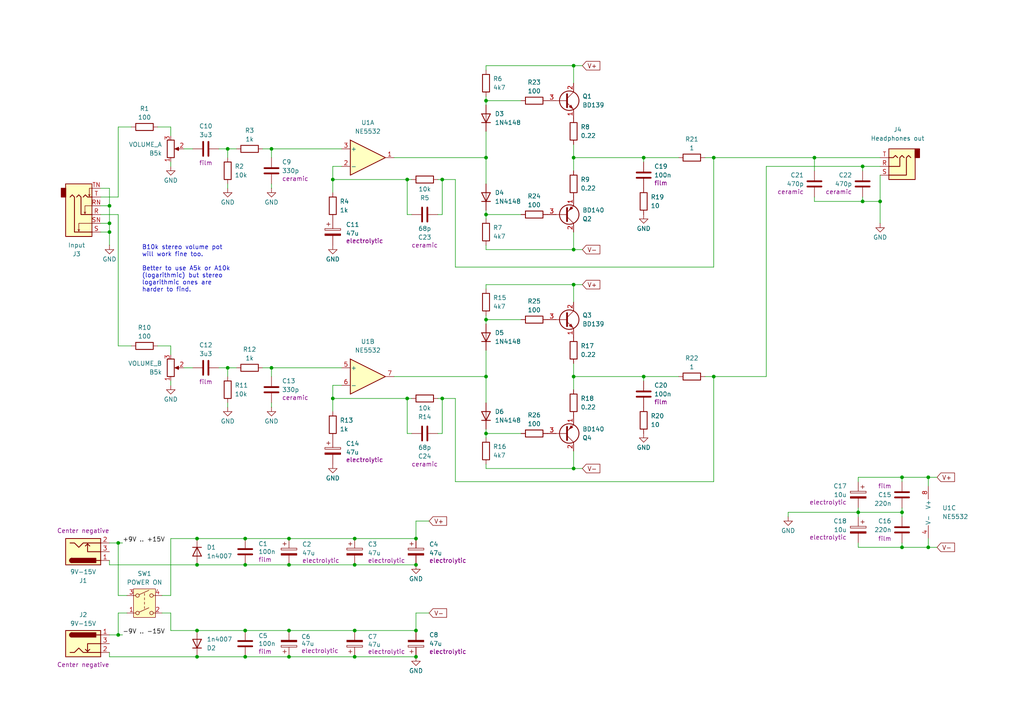
<source format=kicad_sch>
(kicad_sch (version 20250114) (generator "eeschema") (generator_version "9.0")
  (paper "A4")
  (title_block (title "Wenzel’s Headphones Stereo Amp (dual supply)") (date "November 2025") (rev "r2-wip-1") (comment 2 "https://www.youtube.com/watch?v=ODvsCBjZz9M for the original schematic.") (comment 3 "See JohnAudioTech YouTube channel video:") (comment 4 "Modified “JAT Stereo Headphone Amp v1.0”."))
  (lib_symbols
    (symbol "Amplifier_Operational:NE5532" (pin_names (offset 0.127))
      (property "Reference" "U" (at 0 5.08 0))
      (property "Value" "NE5532" (at 0 -5.08 0))
      (symbol "NE5532_1_1"
        (polyline (pts (xy -5.08 5.08) (xy 5.08 0) (xy -5.08 -5.08) (xy -5.08 5.08)) (stroke (width 0.254)) (fill (type background)))
        (pin input line (at -7.62 2.54 0) (length 2.54) (name "+") (number "3"))
        (pin input line (at -7.62 -2.54 0) (length 2.54) (name "-") (number "2"))
        (pin output line (at 7.62 0 180) (length 2.54) (name "~") (number "1"))
      )
      (symbol "NE5532_2_1"
        (polyline (pts (xy -5.08 5.08) (xy 5.08 0) (xy -5.08 -5.08) (xy -5.08 5.08)) (stroke (width 0.254)) (fill (type background)))
        (pin input line (at -7.62 2.54 0) (length 2.54) (name "+") (number "5"))
        (pin input line (at -7.62 -2.54 0) (length 2.54) (name "-") (number "6"))
        (pin output line (at 7.62 0 180) (length 2.54) (name "~") (number "7"))
      )
      (symbol "NE5532_3_1"
        (pin power_in line (at -2.54 7.62 270) (length 3.81) (name "V+") (number "8"))
        (pin power_in line (at -2.54 -7.62 90) (length 3.81) (name "V-") (number "4"))
      )
    )
    (symbol "Connector:Barrel_Jack_Switch" (pin_names (hide yes))
      (property "Reference" "J" (at 0 5.334 0))
      (property "Value" "Barrel_Jack_Switch" (at 0 -5.08 0))
      (symbol "Barrel_Jack_Switch_0_1"
        (rectangle (start -5.08 3.81) (end 5.08 -3.81) (stroke (width 0.254)) (fill (type background)))
        (polyline (pts (xy -3.81 -2.54) (xy -2.54 -2.54) (xy -1.27 -1.27) (xy 0 -2.54) (xy 2.54 -2.54) (xy 5.08 -2.54)) (stroke (width 0.254)))
        (arc (start -3.302 1.905) (mid -3.9343 2.54) (end -3.302 3.175) (stroke (width 0.254)))
        (arc (start -3.302 1.905) (mid -3.9343 2.54) (end -3.302 3.175) (stroke (width 0.254)) (fill (type outline)))
        (polyline (pts (xy 1.27 -2.286) (xy 1.905 -1.651)) (stroke (width 0.254)))
        (rectangle (start 3.683 3.175) (end -3.302 1.905) (stroke (width 0.254)) (fill (type outline)))
        (polyline (pts (xy 5.08 2.54) (xy 3.81 2.54)) (stroke (width 0.254)))
        (polyline (pts (xy 5.08 0) (xy 1.27 0) (xy 1.27 -2.286) (xy 0.635 -1.651)) (stroke (width 0.254)))
      )
      (symbol "Barrel_Jack_Switch_1_1"
        (pin passive line (at 7.62 2.54 180) (length 2.54) (name "~") (number "1"))
        (pin passive line (at 7.62 0 180) (length 2.54) (name "~") (number "3"))
        (pin passive line (at 7.62 -2.54 180) (length 2.54) (name "~") (number "2"))
      )
    )
    (symbol "Connector_Audio:AudioJack3"
      (property "Reference" "J" (at 0 8.89 0))
      (property "Value" "AudioJack3" (at 0 6.35 0))
      (symbol "AudioJack3_0_1"
        (rectangle (start -5.08 -5.08) (end -6.35 -2.54) (stroke (width 0.254)) (fill (type outline)))
        (polyline (pts (xy -1.905 -2.54) (xy -1.27 -3.175) (xy -0.635 -2.54) (xy -0.635 0) (xy 2.54 0)) (stroke (width 0.254)))
        (polyline (pts (xy 0 -2.54) (xy 0.635 -3.175) (xy 1.27 -2.54) (xy 2.54 -2.54)) (stroke (width 0.254)))
        (rectangle (start 2.54 3.81) (end -5.08 -5.08) (stroke (width 0.254)) (fill (type background)))
        (polyline (pts (xy 2.54 2.54) (xy -2.54 2.54) (xy -2.54 -2.54) (xy -3.175 -3.175) (xy -3.81 -2.54)) (stroke (width 0.254)))
      )
      (symbol "AudioJack3_1_1"
        (pin passive line (at 5.08 2.54 180) (length 2.54) (name "~") (number "S"))
        (pin passive line (at 5.08 0 180) (length 2.54) (name "~") (number "R"))
        (pin passive line (at 5.08 -2.54 180) (length 2.54) (name "~") (number "T"))
      )
    )
    (symbol "Connector_Audio:AudioJack3_Switch"
      (property "Reference" "J" (at 0 11.43 0))
      (property "Value" "AudioJack3_Switch" (at 0 8.89 0))
      (symbol "AudioJack3_Switch_0_1"
        (rectangle (start -5.08 -5.08) (end -6.35 -7.62) (stroke (width 0.254)) (fill (type outline)))
        (polyline (pts (xy -1.905 -5.08) (xy -1.27 -5.715) (xy -0.635 -5.08) (xy -0.635 0) (xy 2.54 0)) (stroke (width 0.254)))
        (polyline (pts (xy -1.27 4.826) (xy -1.016 4.318)))
        (polyline (pts (xy 0 -5.08) (xy 0.635 -5.715) (xy 1.27 -5.08) (xy 2.54 -5.08)) (stroke (width 0.254)))
        (polyline (pts (xy 0.508 -0.254) (xy 0.762 -0.762)))
        (polyline (pts (xy 1.778 -5.334) (xy 2.032 -5.842)))
        (rectangle (start 2.54 6.35) (end -5.08 -8.89) (stroke (width 0.254)) (fill (type background)))
        (polyline (pts (xy 2.54 5.08) (xy -2.54 5.08) (xy -2.54 -5.08) (xy -3.175 -5.715) (xy -3.81 -5.08)) (stroke (width 0.254)))
        (polyline (pts (xy 2.54 2.54) (xy -1.27 2.54) (xy -1.27 4.826) (xy -1.524 4.318)))
        (polyline (pts (xy 2.54 -2.54) (xy 0.508 -2.54) (xy 0.508 -0.254) (xy 0.254 -0.762)))
        (polyline (pts (xy 2.54 -7.62) (xy 1.778 -7.62) (xy 1.778 -5.334) (xy 1.524 -5.842)))
      )
      (symbol "AudioJack3_Switch_1_1"
        (pin passive line (at 5.08 5.08 180) (length 2.54) (name "~") (number "S"))
        (pin passive line (at 5.08 2.54 180) (length 2.54) (name "~") (number "SN"))
        (pin passive line (at 5.08 0 180) (length 2.54) (name "~") (number "R"))
        (pin passive line (at 5.08 -2.54 180) (length 2.54) (name "~") (number "RN"))
        (pin passive line (at 5.08 -5.08 180) (length 2.54) (name "~") (number "T"))
        (pin passive line (at 5.08 -7.62 180) (length 2.54) (name "~") (number "TN"))
      )
    )
    (symbol "Device:C" (pin_numbers (hide yes)) (pin_names (offset 0.254))
      (property "Reference" "C" (at 0.635 2.54 0))
      (property "Value" "C" (at 0.635 -2.54 0))
      (symbol "C_0_1"
        (polyline (pts (xy -2.032 0.762) (xy 2.032 0.762)) (stroke (width 0.508)))
        (polyline (pts (xy -2.032 -0.762) (xy 2.032 -0.762)) (stroke (width 0.508)))
      )
      (symbol "C_1_1"
        (pin passive line (at 0 3.81 270) (length 2.794) (name "~") (number "1"))
        (pin passive line (at 0 -3.81 90) (length 2.794) (name "~") (number "2"))
      )
    )
    (symbol "Device:C_Polarized" (pin_numbers (hide yes)) (pin_names (offset 0.254))
      (property "Reference" "C" (at 0.635 2.54 0))
      (property "Value" "C_Polarized" (at 0.635 -2.54 0))
      (symbol "C_Polarized_0_1"
        (rectangle (start -2.286 0.508) (end 2.286 1.016))
        (polyline (pts (xy -1.778 2.286) (xy -0.762 2.286)))
        (polyline (pts (xy -1.27 2.794) (xy -1.27 1.778)))
        (rectangle (start 2.286 -0.508) (end -2.286 -1.016) (fill (type outline)))
      )
      (symbol "C_Polarized_1_1"
        (pin passive line (at 0 3.81 270) (length 2.794) (name "~") (number "1"))
        (pin passive line (at 0 -3.81 90) (length 2.794) (name "~") (number "2"))
      )
    )
    (symbol "Device:D" (pin_numbers (hide yes)) (pin_names (offset 1.016) (hide yes))
      (property "Reference" "D" (at 0 2.54 0))
      (property "Value" "D" (at 0 -2.54 0))
      (symbol "D_0_1"
        (polyline (pts (xy -1.27 1.27) (xy -1.27 -1.27)) (stroke (width 0.254)))
        (polyline (pts (xy 1.27 1.27) (xy 1.27 -1.27) (xy -1.27 0) (xy 1.27 1.27)) (stroke (width 0.254)))
        (polyline (pts (xy 1.27 0) (xy -1.27 0)))
      )
      (symbol "D_1_1"
        (pin passive line (at -3.81 0 0) (length 2.54) (name "K") (number "1"))
        (pin passive line (at 3.81 0 180) (length 2.54) (name "A") (number "2"))
      )
    )
    (symbol "Device:R" (pin_numbers (hide yes)) (pin_names (offset 0))
      (property "Reference" "R" (at 2.032 0 90))
      (property "Value" "R" (at 0 0 90))
      (symbol "R_0_1"
        (rectangle (start -1.016 -2.54) (end 1.016 2.54) (stroke (width 0.254)))
      )
      (symbol "R_1_1"
        (pin passive line (at 0 3.81 270) (length 1.27) (name "~") (number "1"))
        (pin passive line (at 0 -3.81 90) (length 1.27) (name "~") (number "2"))
      )
    )
    (symbol "Device:R_Potentiometer" (pin_names (offset 1.016) (hide yes))
      (property "Reference" "RV" (at -4.445 0 90))
      (property "Value" "R_Potentiometer" (at -2.54 0 90))
      (symbol "R_Potentiometer_0_1"
        (rectangle (start 1.016 2.54) (end -1.016 -2.54) (stroke (width 0.254)))
        (polyline (pts (xy 1.143 0) (xy 2.286 0.508) (xy 2.286 -0.508) (xy 1.143 0)) (fill (type outline)))
        (polyline (pts (xy 2.54 0) (xy 1.524 0)))
      )
      (symbol "R_Potentiometer_1_1"
        (pin passive line (at 0 3.81 270) (length 1.27) (name "1") (number "1"))
        (pin passive line (at 0 -3.81 90) (length 1.27) (name "3") (number "3"))
        (pin passive line (at 3.81 0 180) (length 1.27) (name "2") (number "2"))
      )
    )
    (symbol "Diode:1N4148" (pin_numbers (hide yes)) (pin_names (hide yes))
      (property "Reference" "D" (at 0 2.54 0))
      (property "Value" "1N4148" (at 0 -2.54 0))
      (symbol "1N4148_0_1"
        (polyline (pts (xy -1.27 1.27) (xy -1.27 -1.27)) (stroke (width 0.254)))
        (polyline (pts (xy 1.27 1.27) (xy 1.27 -1.27) (xy -1.27 0) (xy 1.27 1.27)) (stroke (width 0.254)))
        (polyline (pts (xy 1.27 0) (xy -1.27 0)))
      )
      (symbol "1N4148_1_1"
        (pin passive line (at -3.81 0 0) (length 2.54) (name "K") (number "1"))
        (pin passive line (at 3.81 0 180) (length 2.54) (name "A") (number "2"))
      )
    )
    (symbol "Switch:SW_DPST" (pin_names (offset 0) (hide yes))
      (property "Reference" "SW" (at 0 6.35 0))
      (property "Value" "SW_DPST" (at 0 -5.08 0))
      (symbol "SW_DPST_0_0"
        (circle (center -2.032 2.54) (radius 0.508))
        (circle (center -2.032 -2.54) (radius 0.508))
        (polyline (pts (xy -1.524 2.794) (xy 1.27 4.064)))
        (polyline (pts (xy -1.524 -2.286) (xy 1.27 -1.016)))
        (polyline (pts (xy 0 2.54) (xy 0 3.175)))
        (polyline (pts (xy 0 1.27) (xy 0 1.905)))
        (polyline (pts (xy 0 0) (xy 0 0.635)))
        (polyline (pts (xy 0 -1.27) (xy 0 -0.635)))
        (circle (center 2.032 2.54) (radius 0.508))
        (circle (center 2.032 -2.54) (radius 0.508))
      )
      (symbol "SW_DPST_1_1"
        (rectangle (start -3.175 4.445) (end 3.175 -3.81) (fill (type background)))
        (pin passive line (at -5.08 2.54 0) (length 2.54) (name "3") (number "3"))
        (pin passive line (at -5.08 -2.54 0) (length 2.54) (name "1") (number "1"))
        (pin passive line (at 5.08 2.54 180) (length 2.54) (name "4") (number "4"))
        (pin passive line (at 5.08 -2.54 180) (length 2.54) (name "2") (number "2"))
      )
    )
    (symbol "Transistor_BJT:BD139" (pin_names (offset 0) (hide yes))
      (property "Reference" "Q" (at 5.08 1.905 0))
      (property "Value" "BD139" (at 5.08 0 0))
      (symbol "BD139_0_1"
        (polyline (pts (xy -2.54 0) (xy 0.635 0)))
        (polyline (pts (xy 0.635 1.905) (xy 0.635 -1.905)) (stroke (width 0.508)))
        (circle (center 1.27 0) (radius 2.8194) (stroke (width 0.254)))
      )
      (symbol "BD139_1_1"
        (polyline (pts (xy 0.635 0.635) (xy 2.54 2.54)))
        (polyline (pts (xy 0.635 -0.635) (xy 2.54 -2.54)))
        (polyline (pts (xy 1.27 -1.778) (xy 1.778 -1.27) (xy 2.286 -2.286) (xy 1.27 -1.778)) (fill (type outline)))
        (pin input line (at -5.08 0 0) (length 2.54) (name "B") (number "3"))
        (pin passive line (at 2.54 5.08 270) (length 2.54) (name "C") (number "2"))
        (pin passive line (at 2.54 -5.08 90) (length 2.54) (name "E") (number "1"))
      )
    )
    (symbol "Transistor_BJT:BD140" (pin_names (offset 0) (hide yes))
      (property "Reference" "Q" (at 5.08 1.905 0))
      (property "Value" "BD140" (at 5.08 0 0))
      (symbol "BD140_0_1"
        (polyline (pts (xy -2.54 0) (xy 0.635 0)))
        (polyline (pts (xy 0.635 1.905) (xy 0.635 -1.905)) (stroke (width 0.508)))
        (polyline (pts (xy 0.635 0.635) (xy 2.54 2.54)))
        (polyline (pts (xy 0.635 -0.635) (xy 2.54 -2.54)))
        (circle (center 1.27 0) (radius 2.8194) (stroke (width 0.254)))
        (polyline (pts (xy 2.286 -1.778) (xy 1.778 -2.286) (xy 1.27 -1.27) (xy 2.286 -1.778)) (fill (type outline)))
      )
      (symbol "BD140_1_1"
        (pin input line (at -5.08 0 0) (length 2.54) (name "B") (number "3"))
        (pin passive line (at 2.54 5.08 270) (length 2.54) (name "C") (number "2"))
        (pin passive line (at 2.54 -5.08 90) (length 2.54) (name "E") (number "1"))
      )
    )
    (symbol "power:GND" (power) (pin_numbers (hide yes)) (pin_names (offset 0) (hide yes))
      (property "Value" "GND" (at 0 -3.81 0))
      (symbol "GND_0_1"
        (polyline (pts (xy 0 0) (xy 0 -1.27) (xy 1.27 -1.27) (xy 0 -2.54) (xy -1.27 -1.27) (xy 0 -1.27)))
      )
      (symbol "GND_1_1"
        (pin power_in line (at 0 0 270) (length 0) (name "~") (number "1"))
      )
    )
  )
  (text "B10k stereo volume pot\nwill work fine too.\n\nBetter to use A5k or A10k\n(logarithmic) but stereo\nlogarithmic ones are\nharder to find." (at 41.148 77.978 0) (effects (font (size 1.27 1.27)) (justify left)))
  (junction (at 83.82 156.21))
  (junction (at 102.87 156.21))
  (junction (at 128.27 115.57))
  (junction (at 248.92 148.59))
  (junction (at 261.62 158.75))
  (junction (at 207.01 109.22))
  (junction (at 118.11 52.07))
  (junction (at 96.52 115.57))
  (junction (at 31.75 67.31))
  (junction (at 140.97 92.71))
  (junction (at 166.37 109.22))
  (junction (at 57.15 190.5))
  (junction (at 166.37 45.72))
  (junction (at 186.69 45.72))
  (junction (at 166.37 82.55))
  (junction (at 120.65 182.88))
  (junction (at 31.75 59.69))
  (junction (at 83.82 182.88))
  (junction (at 120.65 190.5))
  (junction (at 83.82 190.5))
  (junction (at 140.97 109.22))
  (junction (at 236.22 45.72))
  (junction (at 128.27 52.07))
  (junction (at 78.74 106.68))
  (junction (at 120.65 156.21))
  (junction (at 57.15 163.83))
  (junction (at 78.74 43.18))
  (junction (at 66.04 106.68))
  (junction (at 140.97 62.23))
  (junction (at 140.97 125.73))
  (junction (at 166.37 19.05))
  (junction (at 34.29 157.48))
  (junction (at 57.15 156.21))
  (junction (at 207.01 45.72))
  (junction (at 31.75 64.77))
  (junction (at 71.12 156.21))
  (junction (at 102.87 190.5))
  (junction (at 261.62 138.43))
  (junction (at 120.65 163.83))
  (junction (at 71.12 182.88))
  (junction (at 102.87 182.88))
  (junction (at 166.37 72.39))
  (junction (at 57.15 182.88))
  (junction (at 34.29 184.15))
  (junction (at 166.37 135.89))
  (junction (at 83.82 163.83))
  (junction (at 71.12 163.83))
  (junction (at 261.62 148.59))
  (junction (at 102.87 163.83))
  (junction (at 140.97 45.72))
  (junction (at 71.12 190.5))
  (junction (at 269.24 158.75))
  (junction (at 255.27 58.42))
  (junction (at 250.19 58.42))
  (junction (at 118.11 115.57))
  (junction (at 66.04 43.18))
  (junction (at 186.69 109.22))
  (junction (at 96.52 52.07))
  (junction (at 250.19 48.26))
  (junction (at 140.97 29.21))
  (junction (at 269.24 138.43))
  (wire (pts (xy 29.21 67.31) (xy 31.75 67.31)))
  (wire (pts (xy 102.87 182.88) (xy 120.65 182.88)))
  (wire (pts (xy 71.12 156.21) (xy 83.82 156.21)))
  (wire (pts (xy 127 125.73) (xy 128.27 125.73)))
  (wire (pts (xy 186.69 109.22) (xy 196.85 109.22)))
  (wire (pts (xy 207.01 109.22) (xy 222.25 109.22)))
  (wire (pts (xy 31.75 54.61) (xy 31.75 59.69)))
  (wire (pts (xy 96.52 52.07) (xy 96.52 55.88)))
  (wire (pts (xy 140.97 29.21) (xy 151.13 29.21)))
  (wire (pts (xy 71.12 182.88) (xy 83.82 182.88)))
  (wire (pts (xy 261.62 148.59) (xy 261.62 149.86)))
  (wire (pts (xy 34.29 62.23) (xy 34.29 100.33)))
  (wire (pts (xy 166.37 72.39) (xy 168.91 72.39)))
  (wire (pts (xy 124.46 177.8) (xy 120.65 177.8)))
  (wire (pts (xy 269.24 156.21) (xy 269.24 158.75)))
  (wire (pts (xy 222.25 48.26) (xy 222.25 109.22)))
  (wire (pts (xy 132.08 52.07) (xy 132.08 77.47)))
  (wire (pts (xy 128.27 52.07) (xy 132.08 52.07)))
  (wire (pts (xy 53.34 43.18) (xy 55.88 43.18)))
  (wire (pts (xy 166.37 109.22) (xy 166.37 113.03)))
  (wire (pts (xy 63.5 106.68) (xy 66.04 106.68)))
  (wire (pts (xy 119.38 115.57) (xy 118.11 115.57)))
  (wire (pts (xy 118.11 115.57) (xy 96.52 115.57)))
  (wire (pts (xy 31.75 189.23) (xy 31.75 190.5)))
  (wire (pts (xy 34.29 57.15) (xy 29.21 57.15)))
  (wire (pts (xy 57.15 163.83) (xy 71.12 163.83)))
  (wire (pts (xy 49.53 182.88) (xy 57.15 182.88)))
  (wire (pts (xy 140.97 92.71) (xy 140.97 93.98)))
  (wire (pts (xy 83.82 163.83) (xy 102.87 163.83)))
  (wire (pts (xy 114.3 45.72) (xy 140.97 45.72)))
  (wire (pts (xy 140.97 101.6) (xy 140.97 109.22)))
  (wire (pts (xy 166.37 82.55) (xy 168.91 82.55)))
  (wire (pts (xy 140.97 92.71) (xy 151.13 92.71)))
  (wire (pts (xy 66.04 53.34) (xy 66.04 54.61)))
  (wire (pts (xy 140.97 38.1) (xy 140.97 45.72)))
  (wire (pts (xy 31.75 184.15) (xy 34.29 184.15)))
  (wire (pts (xy 83.82 190.5) (xy 102.87 190.5)))
  (wire (pts (xy 140.97 71.12) (xy 140.97 72.39)))
  (wire (pts (xy 140.97 72.39) (xy 166.37 72.39)))
  (wire (pts (xy 35.56 157.48) (xy 34.29 157.48)))
  (wire (pts (xy 236.22 49.53) (xy 236.22 45.72)))
  (wire (pts (xy 166.37 45.72) (xy 186.69 45.72)))
  (wire (pts (xy 45.72 36.83) (xy 49.53 36.83)))
  (wire (pts (xy 140.97 60.96) (xy 140.97 62.23)))
  (wire (pts (xy 57.15 156.21) (xy 71.12 156.21)))
  (wire (pts (xy 46.99 172.72) (xy 49.53 172.72)))
  (wire (pts (xy 96.52 115.57) (xy 96.52 119.38)))
  (wire (pts (xy 118.11 125.73) (xy 118.11 115.57)))
  (wire (pts (xy 140.97 134.62) (xy 140.97 135.89)))
  (wire (pts (xy 166.37 135.89) (xy 166.37 130.81)))
  (wire (pts (xy 186.69 45.72) (xy 196.85 45.72)))
  (wire (pts (xy 71.12 163.83) (xy 83.82 163.83)))
  (wire (pts (xy 34.29 157.48) (xy 34.29 172.72)))
  (wire (pts (xy 49.53 172.72) (xy 49.53 156.21)))
  (wire (pts (xy 207.01 45.72) (xy 236.22 45.72)))
  (wire (pts (xy 57.15 182.88) (xy 71.12 182.88)))
  (wire (pts (xy 261.62 158.75) (xy 261.62 157.48)))
  (wire (pts (xy 29.21 64.77) (xy 31.75 64.77)))
  (wire (pts (xy 140.97 135.89) (xy 166.37 135.89)))
  (wire (pts (xy 31.75 64.77) (xy 31.75 67.31)))
  (wire (pts (xy 36.83 177.8) (xy 34.29 177.8)))
  (wire (pts (xy 186.69 110.49) (xy 186.69 109.22)))
  (wire (pts (xy 128.27 125.73) (xy 128.27 115.57)))
  (wire (pts (xy 128.27 115.57) (xy 132.08 115.57)))
  (wire (pts (xy 248.92 157.48) (xy 248.92 158.75)))
  (wire (pts (xy 78.74 43.18) (xy 99.06 43.18)))
  (wire (pts (xy 124.46 151.13) (xy 120.65 151.13)))
  (wire (pts (xy 38.1 36.83) (xy 34.29 36.83)))
  (wire (pts (xy 118.11 62.23) (xy 118.11 52.07)))
  (wire (pts (xy 34.29 177.8) (xy 34.29 184.15)))
  (wire (pts (xy 236.22 58.42) (xy 250.19 58.42)))
  (wire (pts (xy 236.22 45.72) (xy 255.27 45.72)))
  (wire (pts (xy 204.47 45.72) (xy 207.01 45.72)))
  (wire (pts (xy 140.97 125.73) (xy 140.97 127)))
  (wire (pts (xy 166.37 45.72) (xy 166.37 49.53)))
  (wire (pts (xy 76.2 43.18) (xy 78.74 43.18)))
  (wire (pts (xy 29.21 62.23) (xy 34.29 62.23)))
  (wire (pts (xy 250.19 49.53) (xy 250.19 48.26)))
  (wire (pts (xy 66.04 43.18) (xy 68.58 43.18)))
  (wire (pts (xy 261.62 138.43) (xy 269.24 138.43)))
  (wire (pts (xy 114.3 109.22) (xy 140.97 109.22)))
  (wire (pts (xy 250.19 48.26) (xy 255.27 48.26)))
  (wire (pts (xy 78.74 106.68) (xy 78.74 109.22)))
  (wire (pts (xy 49.53 100.33) (xy 49.53 102.87)))
  (wire (pts (xy 57.15 190.5) (xy 71.12 190.5)))
  (wire (pts (xy 96.52 111.76) (xy 96.52 115.57)))
  (wire (pts (xy 166.37 72.39) (xy 166.37 67.31)))
  (wire (pts (xy 250.19 58.42) (xy 255.27 58.42)))
  (wire (pts (xy 140.97 82.55) (xy 166.37 82.55)))
  (wire (pts (xy 140.97 29.21) (xy 140.97 30.48)))
  (wire (pts (xy 34.29 36.83) (xy 34.29 57.15)))
  (wire (pts (xy 140.97 124.46) (xy 140.97 125.73)))
  (wire (pts (xy 248.92 148.59) (xy 261.62 148.59)))
  (wire (pts (xy 120.65 151.13) (xy 120.65 156.21)))
  (wire (pts (xy 66.04 106.68) (xy 68.58 106.68)))
  (wire (pts (xy 248.92 138.43) (xy 261.62 138.43)))
  (wire (pts (xy 269.24 138.43) (xy 271.78 138.43)))
  (wire (pts (xy 127 62.23) (xy 128.27 62.23)))
  (wire (pts (xy 78.74 53.34) (xy 78.74 54.61)))
  (wire (pts (xy 49.53 46.99) (xy 49.53 48.26)))
  (wire (pts (xy 83.82 182.88) (xy 102.87 182.88)))
  (wire (pts (xy 255.27 58.42) (xy 255.27 64.77)))
  (wire (pts (xy 140.97 27.94) (xy 140.97 29.21)))
  (wire (pts (xy 102.87 163.83) (xy 120.65 163.83)))
  (wire (pts (xy 168.91 19.05) (xy 166.37 19.05)))
  (wire (pts (xy 140.97 83.82) (xy 140.97 82.55)))
  (wire (pts (xy 119.38 52.07) (xy 118.11 52.07)))
  (wire (pts (xy 127 115.57) (xy 128.27 115.57)))
  (wire (pts (xy 49.53 156.21) (xy 57.15 156.21)))
  (wire (pts (xy 49.53 177.8) (xy 49.53 182.88)))
  (wire (pts (xy 119.38 62.23) (xy 118.11 62.23)))
  (wire (pts (xy 166.37 105.41) (xy 166.37 109.22)))
  (wire (pts (xy 269.24 158.75) (xy 271.78 158.75)))
  (wire (pts (xy 140.97 20.32) (xy 140.97 19.05)))
  (wire (pts (xy 31.75 163.83) (xy 57.15 163.83)))
  (wire (pts (xy 140.97 45.72) (xy 140.97 53.34)))
  (wire (pts (xy 207.01 45.72) (xy 207.01 77.47)))
  (wire (pts (xy 31.75 59.69) (xy 31.75 64.77)))
  (wire (pts (xy 34.29 172.72) (xy 36.83 172.72)))
  (wire (pts (xy 248.92 148.59) (xy 248.92 149.86)))
  (wire (pts (xy 248.92 158.75) (xy 261.62 158.75)))
  (wire (pts (xy 119.38 125.73) (xy 118.11 125.73)))
  (wire (pts (xy 204.47 109.22) (xy 207.01 109.22)))
  (wire (pts (xy 261.62 138.43) (xy 261.62 139.7)))
  (wire (pts (xy 140.97 19.05) (xy 166.37 19.05)))
  (wire (pts (xy 34.29 100.33) (xy 38.1 100.33)))
  (wire (pts (xy 71.12 190.5) (xy 83.82 190.5)))
  (wire (pts (xy 29.21 54.61) (xy 31.75 54.61)))
  (wire (pts (xy 120.65 177.8) (xy 120.65 182.88)))
  (wire (pts (xy 128.27 62.23) (xy 128.27 52.07)))
  (wire (pts (xy 248.92 139.7) (xy 248.92 138.43)))
  (wire (pts (xy 132.08 115.57) (xy 132.08 139.7)))
  (wire (pts (xy 140.97 62.23) (xy 140.97 63.5)))
  (wire (pts (xy 96.52 48.26) (xy 96.52 52.07)))
  (wire (pts (xy 29.21 59.69) (xy 31.75 59.69)))
  (wire (pts (xy 236.22 58.42) (xy 236.22 57.15)))
  (wire (pts (xy 127 52.07) (xy 128.27 52.07)))
  (wire (pts (xy 102.87 190.5) (xy 120.65 190.5)))
  (wire (pts (xy 166.37 19.05) (xy 166.37 24.13)))
  (wire (pts (xy 45.72 100.33) (xy 49.53 100.33)))
  (wire (pts (xy 186.69 109.22) (xy 166.37 109.22)))
  (wire (pts (xy 34.29 184.15) (xy 35.56 184.15)))
  (wire (pts (xy 31.75 67.31) (xy 31.75 71.12)))
  (wire (pts (xy 140.97 62.23) (xy 151.13 62.23)))
  (wire (pts (xy 102.87 156.21) (xy 120.65 156.21)))
  (wire (pts (xy 269.24 138.43) (xy 269.24 140.97)))
  (wire (pts (xy 49.53 36.83) (xy 49.53 39.37)))
  (wire (pts (xy 261.62 158.75) (xy 269.24 158.75)))
  (wire (pts (xy 78.74 116.84) (xy 78.74 118.11)))
  (wire (pts (xy 76.2 106.68) (xy 78.74 106.68)))
  (wire (pts (xy 46.99 177.8) (xy 49.53 177.8)))
  (wire (pts (xy 250.19 48.26) (xy 222.25 48.26)))
  (wire (pts (xy 166.37 41.91) (xy 166.37 45.72)))
  (wire (pts (xy 66.04 106.68) (xy 66.04 109.22)))
  (wire (pts (xy 63.5 43.18) (xy 66.04 43.18)))
  (wire (pts (xy 78.74 43.18) (xy 78.74 45.72)))
  (wire (pts (xy 53.34 106.68) (xy 55.88 106.68)))
  (wire (pts (xy 248.92 147.32) (xy 248.92 148.59)))
  (wire (pts (xy 99.06 111.76) (xy 96.52 111.76)))
  (wire (pts (xy 78.74 106.68) (xy 99.06 106.68)))
  (wire (pts (xy 250.19 58.42) (xy 250.19 57.15)))
  (wire (pts (xy 261.62 147.32) (xy 261.62 148.59)))
  (wire (pts (xy 83.82 156.21) (xy 102.87 156.21)))
  (wire (pts (xy 255.27 50.8) (xy 255.27 58.42)))
  (wire (pts (xy 228.6 148.59) (xy 248.92 148.59)))
  (wire (pts (xy 207.01 139.7) (xy 207.01 109.22)))
  (wire (pts (xy 66.04 43.18) (xy 66.04 45.72)))
  (wire (pts (xy 118.11 52.07) (xy 96.52 52.07)))
  (wire (pts (xy 132.08 77.47) (xy 207.01 77.47)))
  (wire (pts (xy 31.75 157.48) (xy 34.29 157.48)))
  (wire (pts (xy 132.08 139.7) (xy 207.01 139.7)))
  (wire (pts (xy 140.97 109.22) (xy 140.97 116.84)))
  (wire (pts (xy 66.04 116.84) (xy 66.04 118.11)))
  (wire (pts (xy 31.75 162.56) (xy 31.75 163.83)))
  (wire (pts (xy 228.6 149.86) (xy 228.6 148.59)))
  (wire (pts (xy 31.75 190.5) (xy 57.15 190.5)))
  (wire (pts (xy 166.37 135.89) (xy 168.91 135.89)))
  (wire (pts (xy 99.06 48.26) (xy 96.52 48.26)))
  (wire (pts (xy 49.53 110.49) (xy 49.53 111.76)))
  (wire (pts (xy 166.37 82.55) (xy 166.37 87.63)))
  (wire (pts (xy 151.13 125.73) (xy 140.97 125.73)))
  (wire (pts (xy 140.97 91.44) (xy 140.97 92.71)))
  (wire (pts (xy 186.69 46.99) (xy 186.69 45.72)))
  (label "+9V .. +15V" (at 35.56 157.48 0))
  (label "-9V .. -15V" (at 35.56 184.15 0))
  (global_label "V+" (shape input) (at 124.46 151.13 0) (property "Intersheetrefs" "${INTERSHEET_REFS}" (effects (hide yes))))
  (global_label "V+" (shape input) (at 168.91 19.05 0) (property "Intersheetrefs" "${INTERSHEET_REFS}" (effects (hide yes))))
  (global_label "V-" (shape input) (at 271.78 158.75 0) (property "Intersheetrefs" "${INTERSHEET_REFS}" (effects (hide yes))))
  (global_label "V+" (shape input) (at 271.78 138.43 0) (property "Intersheetrefs" "${INTERSHEET_REFS}" (effects (hide yes))))
  (global_label "V-" (shape input) (at 168.91 72.39 0) (property "Intersheetrefs" "${INTERSHEET_REFS}" (effects (hide yes))))
  (global_label "V-" (shape input) (at 124.46 177.8 0) (property "Intersheetrefs" "${INTERSHEET_REFS}" (effects (hide yes))))
  (global_label "V-" (shape input) (at 168.91 135.89 0) (property "Intersheetrefs" "${INTERSHEET_REFS}" (effects (hide yes))))
  (global_label "V+" (shape input) (at 168.91 82.55 0) (property "Intersheetrefs" "${INTERSHEET_REFS}" (effects (hide yes))))
  (symbol (lib_id "Device:R") (at 140.97 87.63 0) (unit 1)
    (property "Reference" "R15" (at 143.002 86.36 0) (effects (justify left)))
    (property "Value" "4k7" (at 143.002 88.9 0) (effects (justify left)))
    (property "Description" "Resistor" (effects (hide yes)))
  )
  (symbol (lib_id "Device:C") (at 261.62 153.67 0) (mirror y) (unit 1)
    (property "Reference" "C16" (at 258.572 151.13 0) (effects (justify left)))
    (property "Value" "220n" (at 258.572 153.67 0) (effects (justify left)))
    (property "Description" "Unpolarized capacitor" (effects (hide yes)))
    (property "Field5" "film" (at 258.572 156.21 0) (effects (justify left)))
  )
  (symbol (lib_id "Device:C") (at 78.74 49.53 0) (unit 1)
    (property "Reference" "C9" (at 81.788 46.99 0) (effects (justify left)))
    (property "Value" "330p" (at 81.788 49.53 0) (effects (justify left)))
    (property "Description" "Unpolarized capacitor" (effects (hide yes)))
    (property "Field5" "ceramic" (at 81.788 51.816 0) (effects (justify left)))
  )
  (symbol (lib_id "Device:D") (at 57.15 186.69 270) (mirror x) (unit 1)
    (property "Reference" "D2" (at 59.944 187.96 90) (effects (justify left)))
    (property "Value" "1n4007" (at 59.944 185.42 90) (effects (justify left)))
    (property "Description" "Diode" (effects (hide yes)))
    (property "Sim.Device" "D" (effects (hide yes)))
    (property "Sim.Pins" "1=K 2=A" (effects (hide yes)))
  )
  (symbol (lib_id "Device:R") (at 154.94 125.73 90) (unit 1)
    (property "Reference" "R26" (at 154.94 120.396 90))
    (property "Value" "100" (at 154.94 122.936 90))
    (property "Description" "Resistor" (effects (hide yes)))
  )
  (symbol (lib_id "Device:C_Polarized") (at 120.65 186.69 0) (mirror x) (unit 1)
    (property "Reference" "C8" (at 124.46 184.15 0) (effects (justify left)))
    (property "Value" "47u" (at 124.46 186.69 0) (effects (justify left)))
    (property "Footprint" "electrolytic" (at 124.46 188.976 0) (effects (justify left)))
    (property "Description" "Polarized capacitor" (effects (hide yes)))
  )
  (symbol (lib_id "power:GND") (at 49.53 111.76 0) (unit 1)
    (property "Reference" "#PWR06" (effects (hide yes)))
    (property "Value" "GND" (at 49.53 115.824 0))
    (property "Description" "Power symbol creates a global label with name \"GND\" , ground" (effects (hide yes)))
  )
  (symbol (lib_id "power:GND") (at 96.52 134.62 0) (unit 1)
    (property "Reference" "#PWR09" (effects (hide yes)))
    (property "Value" "GND" (at 96.52 138.684 0))
    (property "Description" "Power symbol creates a global label with name \"GND\" , ground" (effects (hide yes)))
  )
  (symbol (lib_id "power:GND") (at 78.74 54.61 0) (unit 1)
    (property "Reference" "#PWR03" (effects (hide yes)))
    (property "Value" "GND" (at 78.74 58.674 0))
    (property "Description" "Power symbol creates a global label with name \"GND\" , ground" (effects (hide yes)))
  )
  (symbol (lib_id "Device:C") (at 71.12 186.69 0) (unit 1)
    (property "Reference" "C5" (at 74.93 184.404 0) (effects (justify left)))
    (property "Value" "100n" (at 74.93 186.69 0) (effects (justify left)))
    (property "Footprint" "film" (at 74.93 188.976 0) (effects (justify left)))
    (property "Description" "Unpolarized capacitor" (effects (hide yes)))
  )
  (symbol (lib_id "Device:R") (at 140.97 67.31 0) (unit 1)
    (property "Reference" "R7" (at 143.002 66.04 0) (effects (justify left)))
    (property "Value" "4k7" (at 143.002 68.58 0) (effects (justify left)))
    (property "Description" "Resistor" (effects (hide yes)))
  )
  (symbol (lib_id "Amplifier_Operational:NE5532") (at 106.68 109.22 0) (unit 2)
    (property "Reference" "U1" (at 106.68 99.06 0))
    (property "Value" "NE5532" (at 106.68 101.6 0))
    (property "Datasheet" "http://www.ti.com/lit/ds/symlink/ne5532.pdf" (effects (hide yes)))
    (property "Description" "Dual Low-Noise Operational Amplifiers, DIP-8/SOIC-8" (effects (hide yes)))
  )
  (symbol (lib_id "Device:R") (at 140.97 130.81 0) (unit 1)
    (property "Reference" "R16" (at 143.002 129.54 0) (effects (justify left)))
    (property "Value" "4k7" (at 143.002 132.08 0) (effects (justify left)))
    (property "Description" "Resistor" (effects (hide yes)))
  )
  (symbol (lib_id "Device:C_Polarized") (at 120.65 160.02 0) (unit 1)
    (property "Reference" "C4" (at 124.46 157.8609 0) (effects (justify left)))
    (property "Value" "47u" (at 124.46 160.4009 0) (effects (justify left)))
    (property "Footprint" "electrolytic" (at 124.46 162.56 0) (effects (justify left)))
    (property "Description" "Polarized capacitor" (effects (hide yes)))
  )
  (symbol (lib_id "Diode:1N4148") (at 140.97 34.29 90) (unit 1)
    (property "Reference" "D3" (at 143.51 33.0199 90) (effects (justify right)))
    (property "Value" "1N4148" (at 143.51 35.5599 90) (effects (justify right)))
    (property "Footprint" "Diode_THT:D_DO-35_SOD27_P7.62mm_Horizontal" (effects (hide yes)))
    (property "Datasheet" "https://assets.nexperia.com/documents/data-sheet/1N4148_1N4448.pdf" (effects (hide yes)))
    (property "Description" "100V 0.15A standard switching diode, DO-35" (effects (hide yes)))
    (property "Sim.Device" "D" (effects (hide yes)))
    (property "Sim.Pins" "1=K 2=A" (effects (hide yes)))
  )
  (symbol (lib_id "Device:R") (at 166.37 101.6 0) (unit 1)
    (property "Reference" "R17" (at 168.402 100.33 0) (effects (justify left)))
    (property "Value" "0.22" (at 168.402 102.87 0) (effects (justify left)))
    (property "Description" "Resistor" (effects (hide yes)))
  )
  (symbol (lib_id "Diode:1N4148") (at 140.97 57.15 90) (unit 1)
    (property "Reference" "D4" (at 143.51 55.8799 90) (effects (justify right)))
    (property "Value" "1N4148" (at 143.51 58.4199 90) (effects (justify right)))
    (property "Footprint" "Diode_THT:D_DO-35_SOD27_P7.62mm_Horizontal" (effects (hide yes)))
    (property "Datasheet" "https://assets.nexperia.com/documents/data-sheet/1N4148_1N4448.pdf" (effects (hide yes)))
    (property "Description" "100V 0.15A standard switching diode, DO-35" (effects (hide yes)))
    (property "Sim.Device" "D" (effects (hide yes)))
    (property "Sim.Pins" "1=K 2=A" (effects (hide yes)))
  )
  (symbol (lib_id "Transistor_BJT:BD139") (at 163.83 29.21 0) (unit 1)
    (property "Reference" "Q1" (at 168.91 27.9399 0) (effects (justify left)))
    (property "Value" "BD139" (at 168.91 30.4799 0) (effects (justify left)))
    (property "Footprint" "Package_TO_SOT_THT:TO-126-3_Vertical" (effects (hide yes)))
    (property "Datasheet" "http://www.st.com/internet/com/TECHNICAL_RESOURCES/TECHNICAL_LITERATURE/DATASHEET/CD00001225.pdf" (effects (hide yes)))
    (property "Description" "1.5A Ic, 80V Vce, Low Voltage Transistor, TO-126" (effects (hide yes)))
  )
  (symbol (lib_id "Device:R") (at 186.69 58.42 0) (unit 1)
    (property "Reference" "R19" (at 188.722 57.15 0) (effects (justify left)))
    (property "Value" "10" (at 188.722 59.69 0) (effects (justify left)))
    (property "Description" "Resistor" (effects (hide yes)))
  )
  (symbol (lib_id "Device:R") (at 96.52 59.69 0) (unit 1)
    (property "Reference" "R4" (at 98.552 58.42 0) (effects (justify left)))
    (property "Value" "1k" (at 98.552 60.96 0) (effects (justify left)))
    (property "Description" "Resistor" (effects (hide yes)))
  )
  (symbol (lib_id "Device:C_Polarized") (at 248.92 143.51 0) (mirror y) (unit 1)
    (property "Reference" "C17" (at 245.618 140.97 0) (effects (justify left)))
    (property "Value" "10u" (at 245.618 143.51 0) (effects (justify left)))
    (property "Footprint" "electrolytic" (at 245.618 145.6691 0) (effects (justify left)))
    (property "Description" "Polarized capacitor" (effects (hide yes)))
  )
  (symbol (lib_id "Device:C") (at 71.12 160.02 0) (unit 1)
    (property "Reference" "C1" (at 74.93 157.734 0) (effects (justify left)))
    (property "Value" "100n" (at 74.93 160.02 0) (effects (justify left)))
    (property "Footprint" "film" (at 74.93 162.306 0) (effects (justify left)))
    (property "Description" "Unpolarized capacitor" (effects (hide yes)))
  )
  (symbol (lib_id "Device:C") (at 59.69 106.68 90) (unit 1)
    (property "Reference" "C12" (at 59.69 100.076 90))
    (property "Value" "3u3" (at 59.69 102.616 90))
    (property "Description" "Unpolarized capacitor" (effects (hide yes)))
    (property "Field5" "film" (at 59.69 110.744 90))
  )
  (symbol (lib_id "Transistor_BJT:BD139") (at 163.83 92.71 0) (unit 1)
    (property "Reference" "Q3" (at 168.91 91.4399 0) (effects (justify left)))
    (property "Value" "BD139" (at 168.91 93.9799 0) (effects (justify left)))
    (property "Footprint" "Package_TO_SOT_THT:TO-126-3_Vertical" (effects (hide yes)))
    (property "Datasheet" "http://www.st.com/internet/com/TECHNICAL_RESOURCES/TECHNICAL_LITERATURE/DATASHEET/CD00001225.pdf" (effects (hide yes)))
    (property "Description" "1.5A Ic, 80V Vce, Low Voltage Transistor, TO-126" (effects (hide yes)))
  )
  (symbol (lib_id "Device:C") (at 123.19 125.73 90) (mirror x) (unit 1)
    (property "Reference" "C24" (at 123.19 132.334 90))
    (property "Value" "68p" (at 123.19 129.794 90))
    (property "Description" "Unpolarized capacitor" (effects (hide yes)))
    (property "Field5" "ceramic" (at 123.19 134.62 90))
  )
  (symbol (lib_id "Device:C_Polarized") (at 248.92 153.67 0) (mirror y) (unit 1)
    (property "Reference" "C18" (at 245.618 151.13 0) (effects (justify left)))
    (property "Value" "10u" (at 245.618 153.67 0) (effects (justify left)))
    (property "Footprint" "electrolytic" (at 245.618 155.8291 0) (effects (justify left)))
    (property "Description" "Polarized capacitor" (effects (hide yes)))
  )
  (symbol (lib_id "Device:R") (at 41.91 36.83 90) (unit 1)
    (property "Reference" "R1" (at 41.91 31.496 90))
    (property "Value" "100" (at 41.91 34.036 90))
    (property "Description" "Resistor" (effects (hide yes)))
  )
  (symbol (lib_id "Device:C_Polarized") (at 96.52 67.31 0) (unit 1)
    (property "Reference" "C11" (at 100.33 65.1509 0) (effects (justify left)))
    (property "Value" "47u" (at 100.33 67.6909 0) (effects (justify left)))
    (property "Footprint" "electrolytic" (at 100.33 69.85 0) (effects (justify left)))
    (property "Description" "Polarized capacitor" (effects (hide yes)))
  )
  (symbol (lib_id "Connector:Barrel_Jack_Switch") (at 24.13 160.02 0) (mirror x) (unit 1)
    (property "Reference" "J1" (at 24.13 168.402 0))
    (property "Value" "9V-15V" (at 24.13 165.862 0))
    (property "Description" "DC Barrel Jack with an internal switch" (effects (hide yes)))
    (property "Field5" "Center negative" (at 24.13 153.924 0))
  )
  (symbol (lib_id "Device:C_Polarized") (at 102.87 160.02 0) (unit 1)
    (property "Reference" "C3" (at 106.68 157.8609 0) (effects (justify left)))
    (property "Value" "47u" (at 106.68 160.4009 0) (effects (justify left)))
    (property "Footprint" "electrolytic" (at 106.68 162.56 0) (effects (justify left)))
    (property "Description" "Polarized capacitor" (effects (hide yes)))
  )
  (symbol (lib_id "Device:R") (at 200.66 45.72 90) (unit 1)
    (property "Reference" "R21" (at 200.66 40.386 90))
    (property "Value" "1" (at 200.66 42.926 90))
    (property "Description" "Resistor" (effects (hide yes)))
  )
  (symbol (lib_id "Connector:Barrel_Jack_Switch") (at 24.13 186.69 0) (unit 1)
    (property "Reference" "J2" (at 24.13 178.308 0))
    (property "Value" "9V-15V" (at 24.13 180.848 0))
    (property "Description" "DC Barrel Jack with an internal switch" (effects (hide yes)))
    (property "Field5" "Center negative" (at 24.13 192.786 0))
  )
  (symbol (lib_id "Amplifier_Operational:NE5532") (at 271.78 148.59 0) (unit 3)
    (property "Reference" "U1" (at 273.304 147.32 0) (effects (justify left)))
    (property "Value" "NE5532" (at 273.304 149.86 0) (effects (justify left)))
    (property "Datasheet" "http://www.ti.com/lit/ds/symlink/ne5532.pdf" (effects (hide yes)))
    (property "Description" "Dual Low-Noise Operational Amplifiers, DIP-8/SOIC-8" (effects (hide yes)))
  )
  (symbol (lib_id "Device:R") (at 166.37 53.34 0) (unit 1)
    (property "Reference" "R9" (at 168.402 52.07 0) (effects (justify left)))
    (property "Value" "0.22" (at 168.402 54.61 0) (effects (justify left)))
    (property "Description" "Resistor" (effects (hide yes)))
  )
  (symbol (lib_id "Device:C") (at 123.19 62.23 90) (mirror x) (unit 1)
    (property "Reference" "C23" (at 123.19 68.834 90))
    (property "Value" "68p" (at 123.19 66.294 90))
    (property "Description" "Unpolarized capacitor" (effects (hide yes)))
    (property "Field5" "ceramic" (at 123.19 71.12 90))
  )
  (symbol (lib_id "Device:R") (at 72.39 43.18 90) (unit 1)
    (property "Reference" "R3" (at 72.39 37.846 90))
    (property "Value" "1k" (at 72.39 40.386 90))
    (property "Description" "Resistor" (effects (hide yes)))
  )
  (symbol (lib_id "Connector_Audio:AudioJack3_Switch") (at 24.13 62.23 0) (mirror x) (unit 1)
    (property "Reference" "J3" (at 22.225 73.66 0))
    (property "Value" "Input" (at 22.225 71.12 0))
    (property "Description" "Audio Jack, 3 Poles (Stereo / TRS), Switched Poles (Normalling)" (effects (hide yes)))
  )
  (symbol (lib_id "power:GND") (at 120.65 190.5 0) (unit 1)
    (property "Reference" "#PWR011" (effects (hide yes)))
    (property "Value" "GND" (at 120.65 194.564 0))
    (property "Description" "Power symbol creates a global label with name \"GND\" , ground" (effects (hide yes)))
  )
  (symbol (lib_id "Device:R") (at 154.94 92.71 90) (unit 1)
    (property "Reference" "R25" (at 154.94 87.376 90))
    (property "Value" "100" (at 154.94 89.916 90))
    (property "Description" "Resistor" (effects (hide yes)))
  )
  (symbol (lib_id "Device:C_Polarized") (at 83.82 186.69 0) (mirror x) (unit 1)
    (property "Reference" "C6" (at 87.376 184.658 0) (effects (justify left)))
    (property "Value" "47u" (at 87.376 186.69 0) (effects (justify left)))
    (property "Footprint" "electrolytic" (at 87.376 188.722 0) (effects (justify left)))
    (property "Description" "Polarized capacitor" (effects (hide yes)))
  )
  (symbol (lib_id "Device:C") (at 250.19 53.34 0) (mirror y) (unit 1)
    (property "Reference" "C22" (at 247.142 50.8 0) (effects (justify left)))
    (property "Value" "470p" (at 247.142 53.34 0) (effects (justify left)))
    (property "Description" "Unpolarized capacitor" (effects (hide yes)))
    (property "Field5" "ceramic" (at 247.142 55.626 0) (effects (justify left)))
  )
  (symbol (lib_id "Device:C") (at 261.62 143.51 0) (mirror y) (unit 1)
    (property "Reference" "C15" (at 258.572 143.51 0) (effects (justify left)))
    (property "Value" "220n" (at 258.572 146.05 0) (effects (justify left)))
    (property "Description" "Unpolarized capacitor" (effects (hide yes)))
    (property "Field5" "film" (at 258.572 140.97 0) (effects (justify left)))
  )
  (symbol (lib_id "Device:R") (at 166.37 116.84 0) (unit 1)
    (property "Reference" "R18" (at 168.402 115.57 0) (effects (justify left)))
    (property "Value" "0.22" (at 168.402 118.11 0) (effects (justify left)))
    (property "Description" "Resistor" (effects (hide yes)))
  )
  (symbol (lib_id "Device:R_Potentiometer") (at 49.53 106.68 0) (mirror x) (unit 1)
    (property "Reference" "VOLUME_B" (at 46.99 105.4099 0) (effects (justify right)))
    (property "Value" "B5k" (at 46.99 107.9499 0) (effects (justify right)))
    (property "Description" "Potentiometer" (effects (hide yes)))
  )
  (symbol (lib_id "power:GND") (at 186.69 125.73 0) (unit 1)
    (property "Reference" "#PWR014" (effects (hide yes)))
    (property "Value" "GND" (at 186.69 129.794 0))
    (property "Description" "Power symbol creates a global label with name \"GND\" , ground" (effects (hide yes)))
  )
  (symbol (lib_id "Device:C") (at 186.69 50.8 0) (unit 1)
    (property "Reference" "C19" (at 189.738 48.26 0) (effects (justify left)))
    (property "Value" "100n" (at 189.738 50.8 0) (effects (justify left)))
    (property "Description" "Unpolarized capacitor" (effects (hide yes)))
    (property "Field5" "film" (at 189.738 53.086 0) (effects (justify left)))
  )
  (symbol (lib_id "Device:C_Polarized") (at 83.82 160.02 0) (unit 1)
    (property "Reference" "C2" (at 87.63 157.8609 0) (effects (justify left)))
    (property "Value" "47u" (at 87.63 160.4009 0) (effects (justify left)))
    (property "Footprint" "electrolytic" (at 87.63 162.56 0) (effects (justify left)))
    (property "Description" "Polarized capacitor" (effects (hide yes)))
  )
  (symbol (lib_id "Device:R") (at 72.39 106.68 90) (unit 1)
    (property "Reference" "R12" (at 72.39 101.346 90))
    (property "Value" "1k" (at 72.39 103.886 90))
    (property "Description" "Resistor" (effects (hide yes)))
  )
  (symbol (lib_id "Device:R") (at 66.04 113.03 0) (unit 1)
    (property "Reference" "R11" (at 68.072 111.76 0) (effects (justify left)))
    (property "Value" "10k" (at 68.072 114.3 0) (effects (justify left)))
    (property "Description" "Resistor" (effects (hide yes)))
  )
  (symbol (lib_id "power:GND") (at 66.04 54.61 0) (unit 1)
    (property "Reference" "#PWR02" (effects (hide yes)))
    (property "Value" "GND" (at 66.04 58.674 0))
    (property "Description" "Power symbol creates a global label with name \"GND\" , ground" (effects (hide yes)))
  )
  (symbol (lib_id "power:GND") (at 78.74 118.11 0) (unit 1)
    (property "Reference" "#PWR08" (effects (hide yes)))
    (property "Value" "GND" (at 78.74 122.174 0))
    (property "Description" "Power symbol creates a global label with name \"GND\" , ground" (effects (hide yes)))
  )
  (symbol (lib_id "Device:R") (at 41.91 100.33 90) (unit 1)
    (property "Reference" "R10" (at 41.91 94.996 90))
    (property "Value" "100" (at 41.91 97.536 90))
    (property "Description" "Resistor" (effects (hide yes)))
  )
  (symbol (lib_id "Device:C") (at 78.74 113.03 0) (unit 1)
    (property "Reference" "C13" (at 81.788 110.49 0) (effects (justify left)))
    (property "Value" "330p" (at 81.788 113.03 0) (effects (justify left)))
    (property "Description" "Unpolarized capacitor" (effects (hide yes)))
    (property "Field5" "ceramic" (at 81.788 115.316 0) (effects (justify left)))
  )
  (symbol (lib_id "Device:C_Polarized") (at 102.87 186.69 0) (mirror x) (unit 1)
    (property "Reference" "C7" (at 106.68 184.658 0) (effects (justify left)))
    (property "Value" "47u" (at 106.68 186.944 0) (effects (justify left)))
    (property "Footprint" "electrolytic" (at 106.68 188.976 0) (effects (justify left)))
    (property "Description" "Polarized capacitor" (effects (hide yes)))
  )
  (symbol (lib_id "Transistor_BJT:BD140") (at 163.83 125.73 0) (mirror x) (unit 1)
    (property "Reference" "Q4" (at 168.91 127.0001 0) (effects (justify left)))
    (property "Value" "BD140" (at 168.91 124.4601 0) (effects (justify left)))
    (property "Footprint" "Package_TO_SOT_THT:TO-126-3_Vertical" (effects (hide yes)))
    (property "Datasheet" "http://www.st.com/internet/com/TECHNICAL_RESOURCES/TECHNICAL_LITERATURE/DATASHEET/CD00001225.pdf" (effects (hide yes)))
    (property "Description" "1.5A Ic, 80V Vce, Low Voltage Transistor, TO-126" (effects (hide yes)))
  )
  (symbol (lib_id "Device:R") (at 66.04 49.53 0) (unit 1)
    (property "Reference" "R2" (at 68.072 48.26 0) (effects (justify left)))
    (property "Value" "10k" (at 68.072 50.8 0) (effects (justify left)))
    (property "Description" "Resistor" (effects (hide yes)))
  )
  (symbol (lib_id "power:GND") (at 255.27 64.77 0) (unit 1)
    (property "Reference" "#PWR05" (effects (hide yes)))
    (property "Value" "GND" (at 255.27 68.834 0))
    (property "Description" "Power symbol creates a global label with name \"GND\" , ground" (effects (hide yes)))
  )
  (symbol (lib_id "power:GND") (at 96.52 71.12 0) (unit 1)
    (property "Reference" "#PWR017" (effects (hide yes)))
    (property "Value" "GND" (at 96.52 75.184 0))
    (property "Description" "Power symbol creates a global label with name \"GND\" , ground" (effects (hide yes)))
  )
  (symbol (lib_id "Device:C") (at 59.69 43.18 90) (unit 1)
    (property "Reference" "C10" (at 59.69 36.576 90))
    (property "Value" "3u3" (at 59.69 39.116 90))
    (property "Description" "Unpolarized capacitor" (effects (hide yes)))
    (property "Field5" "film" (at 59.69 47.244 90))
  )
  (symbol (lib_id "Device:R") (at 154.94 29.21 90) (unit 1)
    (property "Reference" "R23" (at 154.94 23.876 90))
    (property "Value" "100" (at 154.94 26.416 90))
    (property "Description" "Resistor" (effects (hide yes)))
  )
  (symbol (lib_id "Device:R") (at 186.69 121.92 0) (unit 1)
    (property "Reference" "R20" (at 188.722 120.65 0) (effects (justify left)))
    (property "Value" "10" (at 188.722 123.19 0) (effects (justify left)))
    (property "Description" "Resistor" (effects (hide yes)))
  )
  (symbol (lib_id "Diode:1N4148") (at 140.97 97.79 90) (unit 1)
    (property "Reference" "D5" (at 143.51 96.5199 90) (effects (justify right)))
    (property "Value" "1N4148" (at 143.51 99.0599 90) (effects (justify right)))
    (property "Footprint" "Diode_THT:D_DO-35_SOD27_P7.62mm_Horizontal" (effects (hide yes)))
    (property "Datasheet" "https://assets.nexperia.com/documents/data-sheet/1N4148_1N4448.pdf" (effects (hide yes)))
    (property "Description" "100V 0.15A standard switching diode, DO-35" (effects (hide yes)))
    (property "Sim.Device" "D" (effects (hide yes)))
    (property "Sim.Pins" "1=K 2=A" (effects (hide yes)))
  )
  (symbol (lib_id "power:GND") (at 66.04 118.11 0) (unit 1)
    (property "Reference" "#PWR07" (effects (hide yes)))
    (property "Value" "GND" (at 66.04 122.174 0))
    (property "Description" "Power symbol creates a global label with name \"GND\" , ground" (effects (hide yes)))
  )
  (symbol (lib_id "Connector_Audio:AudioJack3") (at 260.35 48.26 180) (unit 1)
    (property "Reference" "J4" (at 260.35 37.592 0))
    (property "Value" "Headphones out" (at 260.35 40.132 0))
    (property "Description" "Audio Jack, 3 Poles (Stereo / TRS)" (effects (hide yes)))
  )
  (symbol (lib_id "Device:R") (at 123.19 115.57 90) (mirror x) (unit 1)
    (property "Reference" "R14" (at 123.19 120.904 90))
    (property "Value" "10k" (at 123.19 118.364 90))
    (property "Description" "Resistor" (effects (hide yes)))
  )
  (symbol (lib_id "Device:C_Polarized") (at 96.52 130.81 0) (unit 1)
    (property "Reference" "C14" (at 100.33 128.6509 0) (effects (justify left)))
    (property "Value" "47u" (at 100.33 131.1909 0) (effects (justify left)))
    (property "Footprint" "electrolytic" (at 100.33 133.35 0) (effects (justify left)))
    (property "Description" "Polarized capacitor" (effects (hide yes)))
  )
  (symbol (lib_id "power:GND") (at 31.75 71.12 0) (unit 1)
    (property "Reference" "#PWR012" (effects (hide yes)))
    (property "Value" "GND" (at 31.75 75.184 0))
    (property "Description" "Power symbol creates a global label with name \"GND\" , ground" (effects (hide yes)))
  )
  (symbol (lib_id "Device:R") (at 96.52 123.19 0) (unit 1)
    (property "Reference" "R13" (at 98.552 121.92 0) (effects (justify left)))
    (property "Value" "1k" (at 98.552 124.46 0) (effects (justify left)))
    (property "Description" "Resistor" (effects (hide yes)))
  )
  (symbol (lib_id "power:GND") (at 186.69 62.23 0) (unit 1)
    (property "Reference" "#PWR04" (effects (hide yes)))
    (property "Value" "GND" (at 186.69 66.294 0))
    (property "Description" "Power symbol creates a global label with name \"GND\" , ground" (effects (hide yes)))
  )
  (symbol (lib_id "Device:R_Potentiometer") (at 49.53 43.18 0) (mirror x) (unit 1)
    (property "Reference" "VOLUME_A" (at 46.99 41.9099 0) (effects (justify right)))
    (property "Value" "B5k" (at 46.99 44.4499 0) (effects (justify right)))
    (property "Description" "Potentiometer" (effects (hide yes)))
  )
  (symbol (lib_id "Switch:SW_DPST") (at 41.91 175.26 0) (unit 1)
    (property "Reference" "SW1" (at 41.91 166.37 0))
    (property "Value" "POWER ON" (at 41.91 168.91 0))
    (property "Description" "Double Pole Single Throw (DPST) Switch" (effects (hide yes)))
  )
  (symbol (lib_id "Device:D") (at 57.15 160.02 270) (unit 1)
    (property "Reference" "D1" (at 59.944 158.75 90) (effects (justify left)))
    (property "Value" "1n4007" (at 59.944 161.29 90) (effects (justify left)))
    (property "Description" "Diode" (effects (hide yes)))
    (property "Sim.Device" "D" (effects (hide yes)))
    (property "Sim.Pins" "1=K 2=A" (effects (hide yes)))
  )
  (symbol (lib_id "Device:R") (at 140.97 24.13 0) (unit 1)
    (property "Reference" "R6" (at 143.002 22.86 0) (effects (justify left)))
    (property "Value" "4k7" (at 143.002 25.4 0) (effects (justify left)))
    (property "Description" "Resistor" (effects (hide yes)))
  )
  (symbol (lib_id "power:GND") (at 228.6 149.86 0) (unit 1)
    (property "Reference" "#PWR013" (effects (hide yes)))
    (property "Value" "GND" (at 228.6 153.924 0))
    (property "Description" "Power symbol creates a global label with name \"GND\" , ground" (effects (hide yes)))
  )
  (symbol (lib_id "power:GND") (at 49.53 48.26 0) (unit 1)
    (property "Reference" "#PWR01" (effects (hide yes)))
    (property "Value" "GND" (at 49.53 52.324 0))
    (property "Description" "Power symbol creates a global label with name \"GND\" , ground" (effects (hide yes)))
  )
  (symbol (lib_id "Transistor_BJT:BD140") (at 163.83 62.23 0) (mirror x) (unit 1)
    (property "Reference" "Q2" (at 168.91 63.5001 0) (effects (justify left)))
    (property "Value" "BD140" (at 168.91 60.9601 0) (effects (justify left)))
    (property "Footprint" "Package_TO_SOT_THT:TO-126-3_Vertical" (effects (hide yes)))
    (property "Datasheet" "http://www.st.com/internet/com/TECHNICAL_RESOURCES/TECHNICAL_LITERATURE/DATASHEET/CD00001225.pdf" (effects (hide yes)))
    (property "Description" "1.5A Ic, 80V Vce, Low Voltage Transistor, TO-126" (effects (hide yes)))
  )
  (symbol (lib_id "Device:R") (at 200.66 109.22 90) (unit 1)
    (property "Reference" "R22" (at 200.66 103.886 90))
    (property "Value" "1" (at 200.66 106.426 90))
    (property "Description" "Resistor" (effects (hide yes)))
  )
  (symbol (lib_id "Device:R") (at 123.19 52.07 90) (mirror x) (unit 1)
    (property "Reference" "R5" (at 123.19 57.404 90))
    (property "Value" "10k" (at 123.19 54.864 90))
    (property "Description" "Resistor" (effects (hide yes)))
  )
  (symbol (lib_id "Device:R") (at 166.37 38.1 0) (unit 1)
    (property "Reference" "R8" (at 168.402 36.83 0) (effects (justify left)))
    (property "Value" "0.22" (at 168.402 39.37 0) (effects (justify left)))
    (property "Description" "Resistor" (effects (hide yes)))
  )
  (symbol (lib_id "Device:C") (at 236.22 53.34 0) (mirror y) (unit 1)
    (property "Reference" "C21" (at 233.172 50.8 0) (effects (justify left)))
    (property "Value" "470p" (at 233.172 53.34 0) (effects (justify left)))
    (property "Description" "Unpolarized capacitor" (effects (hide yes)))
    (property "Field5" "ceramic" (at 233.172 55.626 0) (effects (justify left)))
  )
  (symbol (lib_id "Amplifier_Operational:NE5532") (at 106.68 45.72 0) (unit 1)
    (property "Reference" "U1" (at 106.68 35.56 0))
    (property "Value" "NE5532" (at 106.68 38.1 0))
    (property "Datasheet" "http://www.ti.com/lit/ds/symlink/ne5532.pdf" (effects (hide yes)))
    (property "Description" "Dual Low-Noise Operational Amplifiers, DIP-8/SOIC-8" (effects (hide yes)))
  )
  (symbol (lib_id "Device:C") (at 186.69 114.3 0) (unit 1)
    (property "Reference" "C20" (at 189.738 111.76 0) (effects (justify left)))
    (property "Value" "100n" (at 189.738 114.3 0) (effects (justify left)))
    (property "Description" "Unpolarized capacitor" (effects (hide yes)))
    (property "Field5" "film" (at 189.738 116.586 0) (effects (justify left)))
  )
  (symbol (lib_id "power:GND") (at 120.65 163.83 0) (unit 1)
    (property "Reference" "#PWR010" (effects (hide yes)))
    (property "Value" "GND" (at 120.65 167.894 0))
    (property "Description" "Power symbol creates a global label with name \"GND\" , ground" (effects (hide yes)))
  )
  (symbol (lib_id "Device:R") (at 154.94 62.23 90) (unit 1)
    (property "Reference" "R24" (at 154.94 56.896 90))
    (property "Value" "100" (at 154.94 59.436 90))
    (property "Description" "Resistor" (effects (hide yes)))
  )
  (symbol (lib_id "Diode:1N4148") (at 140.97 120.65 90) (unit 1)
    (property "Reference" "D6" (at 143.51 119.3799 90) (effects (justify right)))
    (property "Value" "1N4148" (at 143.51 121.9199 90) (effects (justify right)))
    (property "Footprint" "Diode_THT:D_DO-35_SOD27_P7.62mm_Horizontal" (effects (hide yes)))
    (property "Datasheet" "https://assets.nexperia.com/documents/data-sheet/1N4148_1N4448.pdf" (effects (hide yes)))
    (property "Description" "100V 0.15A standard switching diode, DO-35" (effects (hide yes)))
    (property "Sim.Device" "D" (effects (hide yes)))
    (property "Sim.Pins" "1=K 2=A" (effects (hide yes)))
  )
)
</source>
